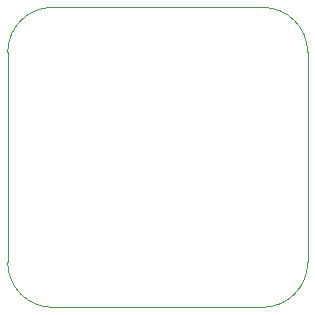
<source format=gbr>
%TF.GenerationSoftware,KiCad,Pcbnew,(6.0.8)*%
%TF.CreationDate,2022-11-26T11:36:34-06:00*%
%TF.ProjectId,connector-joint,636f6e6e-6563-4746-9f72-2d6a6f696e74,rev?*%
%TF.SameCoordinates,Original*%
%TF.FileFunction,Profile,NP*%
%FSLAX46Y46*%
G04 Gerber Fmt 4.6, Leading zero omitted, Abs format (unit mm)*
G04 Created by KiCad (PCBNEW (6.0.8)) date 2022-11-26 11:36:34*
%MOMM*%
%LPD*%
G01*
G04 APERTURE LIST*
%TA.AperFunction,Profile*%
%ADD10C,0.025400*%
%TD*%
G04 APERTURE END LIST*
D10*
X153670000Y-95250000D02*
X153670000Y-113030000D01*
X153670000Y-113030000D02*
G75*
G03*
X157480000Y-116840000I3810000J0D01*
G01*
X179070000Y-113030000D02*
X179070000Y-95250000D01*
X157480000Y-91440000D02*
G75*
G03*
X153670000Y-95250000I0J-3810000D01*
G01*
X157480000Y-116840000D02*
X175260000Y-116840000D01*
X175260000Y-91440000D02*
X157480000Y-91440000D01*
X179070000Y-95250000D02*
G75*
G03*
X175260000Y-91440000I-3810000J0D01*
G01*
X175260000Y-116840000D02*
G75*
G03*
X179070000Y-113030000I0J3810000D01*
G01*
M02*

</source>
